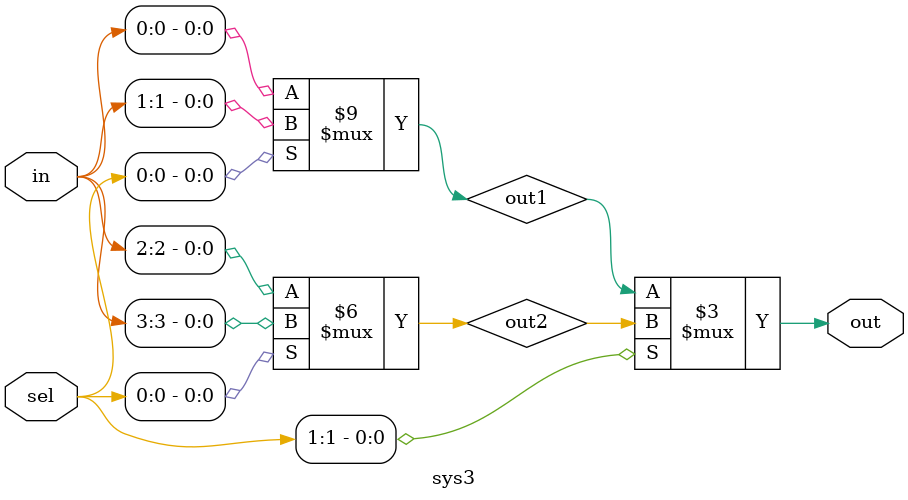
<source format=v>
module sys3 (out,in,sel);

output reg out;
input [1:0] sel;
input [3:0] in;
reg out1,out2;

always @(sel,in)
begin
	if (sel[0])
	begin
		out1 = in[1];
	end
	else
	begin
		out1 = in[0];
	end
	if (sel[0])
	begin
		out2 = in[3];
	end
	else
	begin
		out2 = in[2];
	end
	if (sel[1])
	begin
		out = out2;
	end
	else
	begin
		out = out1;
	end
	
end

endmodule

</source>
